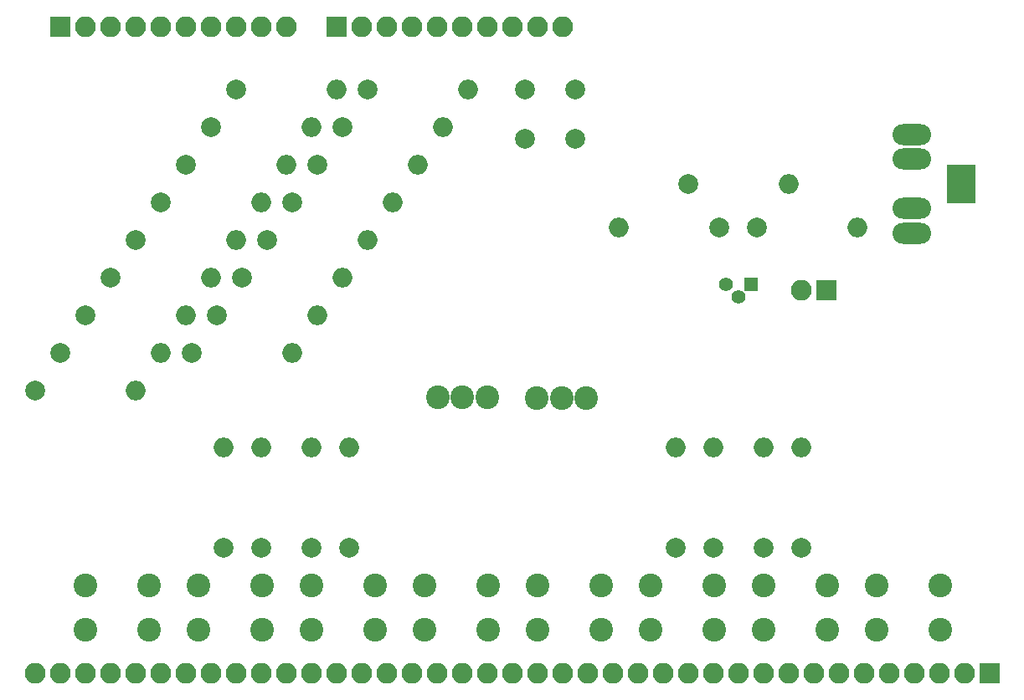
<source format=gts>
G04 #@! TF.GenerationSoftware,KiCad,Pcbnew,(5.1.5)-3*
G04 #@! TF.CreationDate,2020-10-11T23:54:53+02:00*
G04 #@! TF.ProjectId,PB-002 Covox Sound,50422d30-3032-4204-936f-766f7820536f,rev?*
G04 #@! TF.SameCoordinates,Original*
G04 #@! TF.FileFunction,Soldermask,Top*
G04 #@! TF.FilePolarity,Negative*
%FSLAX46Y46*%
G04 Gerber Fmt 4.6, Leading zero omitted, Abs format (unit mm)*
G04 Created by KiCad (PCBNEW (5.1.5)-3) date 2020-10-11 23:54:53*
%MOMM*%
%LPD*%
G04 APERTURE LIST*
%ADD10C,2.400000*%
%ADD11O,2.000000X2.000000*%
%ADD12C,2.000000*%
%ADD13R,2.100000X2.100000*%
%ADD14O,2.100000X2.100000*%
%ADD15R,2.900000X3.900000*%
%ADD16O,3.900000X2.150000*%
%ADD17R,1.400000X1.400000*%
%ADD18C,1.400000*%
G04 APERTURE END LIST*
D10*
X157360000Y-117602000D03*
X142360000Y-117475000D03*
X144860000Y-117475000D03*
X154860000Y-117602000D03*
X147360000Y-117475000D03*
X152360000Y-117602000D03*
D11*
X160655000Y-100330000D03*
D12*
X170815000Y-100330000D03*
D11*
X177800000Y-95885000D03*
D12*
X167640000Y-95885000D03*
X174625000Y-100330000D03*
D11*
X184785000Y-100330000D03*
D12*
X151130000Y-86360000D03*
X151130000Y-91360000D03*
X156210000Y-86360000D03*
X156210000Y-91360000D03*
X133350000Y-132715000D03*
D11*
X133350000Y-122555000D03*
D12*
X135255000Y-86360000D03*
D11*
X145415000Y-86360000D03*
D10*
X106680000Y-141025000D03*
X106680000Y-136525000D03*
X113180000Y-141025000D03*
X113180000Y-136525000D03*
X118110000Y-141025000D03*
X118110000Y-136525000D03*
X124610000Y-141025000D03*
X124610000Y-136525000D03*
D12*
X120650000Y-132715000D03*
D11*
X120650000Y-122555000D03*
D12*
X124460000Y-132715000D03*
D11*
X124460000Y-122555000D03*
D12*
X121920000Y-86360000D03*
D11*
X132080000Y-86360000D03*
D12*
X119380000Y-90170000D03*
D11*
X129540000Y-90170000D03*
D12*
X116840000Y-93980000D03*
D11*
X127000000Y-93980000D03*
D12*
X114300000Y-97790000D03*
D11*
X124460000Y-97790000D03*
D12*
X111760000Y-101600000D03*
D11*
X121920000Y-101600000D03*
D12*
X109220000Y-105410000D03*
D11*
X119380000Y-105410000D03*
D12*
X106680000Y-109220000D03*
D11*
X116840000Y-109220000D03*
D12*
X104140000Y-113030000D03*
D11*
X114300000Y-113030000D03*
D12*
X101600000Y-116840000D03*
D11*
X111760000Y-116840000D03*
D12*
X129540000Y-132715000D03*
D11*
X129540000Y-122555000D03*
D12*
X132715000Y-90170000D03*
D11*
X142875000Y-90170000D03*
D12*
X130175000Y-93980000D03*
D11*
X140335000Y-93980000D03*
D12*
X127635000Y-97790000D03*
D11*
X137795000Y-97790000D03*
D12*
X125095000Y-101600000D03*
D11*
X135255000Y-101600000D03*
D12*
X122555000Y-105410000D03*
D11*
X132715000Y-105410000D03*
D12*
X120015000Y-109220000D03*
D11*
X130175000Y-109220000D03*
D12*
X117475000Y-113030000D03*
D11*
X127635000Y-113030000D03*
D12*
X166370000Y-132715000D03*
D11*
X166370000Y-122555000D03*
D12*
X170180000Y-132715000D03*
D11*
X170180000Y-122555000D03*
D12*
X175260000Y-132715000D03*
D11*
X175260000Y-122555000D03*
D12*
X179070000Y-132715000D03*
D11*
X179070000Y-122555000D03*
D10*
X129540000Y-141025000D03*
X129540000Y-136525000D03*
X136040000Y-141025000D03*
X136040000Y-136525000D03*
X140970000Y-141025000D03*
X140970000Y-136525000D03*
X147470000Y-141025000D03*
X147470000Y-136525000D03*
X152400000Y-141025000D03*
X152400000Y-136525000D03*
X158900000Y-141025000D03*
X158900000Y-136525000D03*
X163830000Y-141025000D03*
X163830000Y-136525000D03*
X170330000Y-141025000D03*
X170330000Y-136525000D03*
X175260000Y-141025000D03*
X175260000Y-136525000D03*
X181760000Y-141025000D03*
X181760000Y-136525000D03*
X186690000Y-141025000D03*
X186690000Y-136525000D03*
X193190000Y-141025000D03*
X193190000Y-136525000D03*
D13*
X104140000Y-80010000D03*
D14*
X106680000Y-80010000D03*
X109220000Y-80010000D03*
X111760000Y-80010000D03*
X114300000Y-80010000D03*
X116840000Y-80010000D03*
X119380000Y-80010000D03*
X121920000Y-80010000D03*
X124460000Y-80010000D03*
X127000000Y-80010000D03*
D13*
X198120000Y-145415000D03*
D14*
X195580000Y-145415000D03*
X193040000Y-145415000D03*
X190500000Y-145415000D03*
X187960000Y-145415000D03*
X185420000Y-145415000D03*
X182880000Y-145415000D03*
X180340000Y-145415000D03*
X177800000Y-145415000D03*
X175260000Y-145415000D03*
X172720000Y-145415000D03*
X170180000Y-145415000D03*
X167640000Y-145415000D03*
X165100000Y-145415000D03*
X162560000Y-145415000D03*
X160020000Y-145415000D03*
X157480000Y-145415000D03*
X154940000Y-145415000D03*
X152400000Y-145415000D03*
X149860000Y-145415000D03*
X147320000Y-145415000D03*
X144780000Y-145415000D03*
X142240000Y-145415000D03*
X139700000Y-145415000D03*
X137160000Y-145415000D03*
X134620000Y-145415000D03*
X132080000Y-145415000D03*
X129540000Y-145415000D03*
X127000000Y-145415000D03*
X124460000Y-145415000D03*
X121920000Y-145415000D03*
X119380000Y-145415000D03*
X116840000Y-145415000D03*
X114300000Y-145415000D03*
X111760000Y-145415000D03*
X109220000Y-145415000D03*
X106680000Y-145415000D03*
X104140000Y-145415000D03*
X101600000Y-145415000D03*
D13*
X132080000Y-80010000D03*
D14*
X134620000Y-80010000D03*
X137160000Y-80010000D03*
X139700000Y-80010000D03*
X142240000Y-80010000D03*
X144780000Y-80010000D03*
X147320000Y-80010000D03*
X149860000Y-80010000D03*
X152400000Y-80010000D03*
X154940000Y-80010000D03*
D15*
X195271000Y-95885000D03*
D16*
X190265000Y-100885000D03*
X190265000Y-90885000D03*
X190265000Y-98385000D03*
X190265000Y-93385000D03*
D13*
X181610000Y-106680000D03*
D14*
X179070000Y-106680000D03*
D17*
X173990000Y-106045000D03*
D18*
X171450000Y-106045000D03*
X172720000Y-107315000D03*
M02*

</source>
